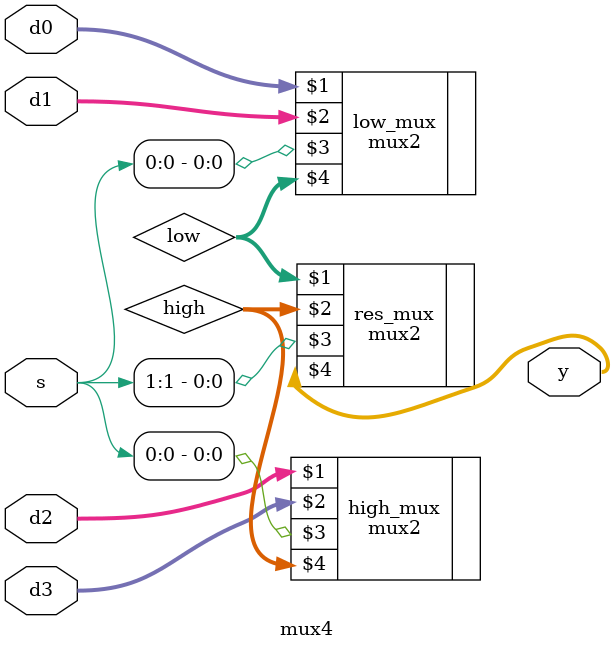
<source format=sv>
`timescale 1ns / 1ps


module mux4 #(parameter WIDTH=8) (
    input logic [WIDTH-1:0] d0, d1, d2, d3,
    input logic [1:0] s,
    output logic [WIDTH-1:0] y
    );

    logic [WIDTH-1:0] low, high;

    mux2 #(WIDTH) low_mux(d0, d1, s[0], low);
    mux2 #(WIDTH) high_mux(d2, d3, s[0], high);
    mux2 #(WIDTH) res_mux(low, high, s[1], y);
endmodule

</source>
